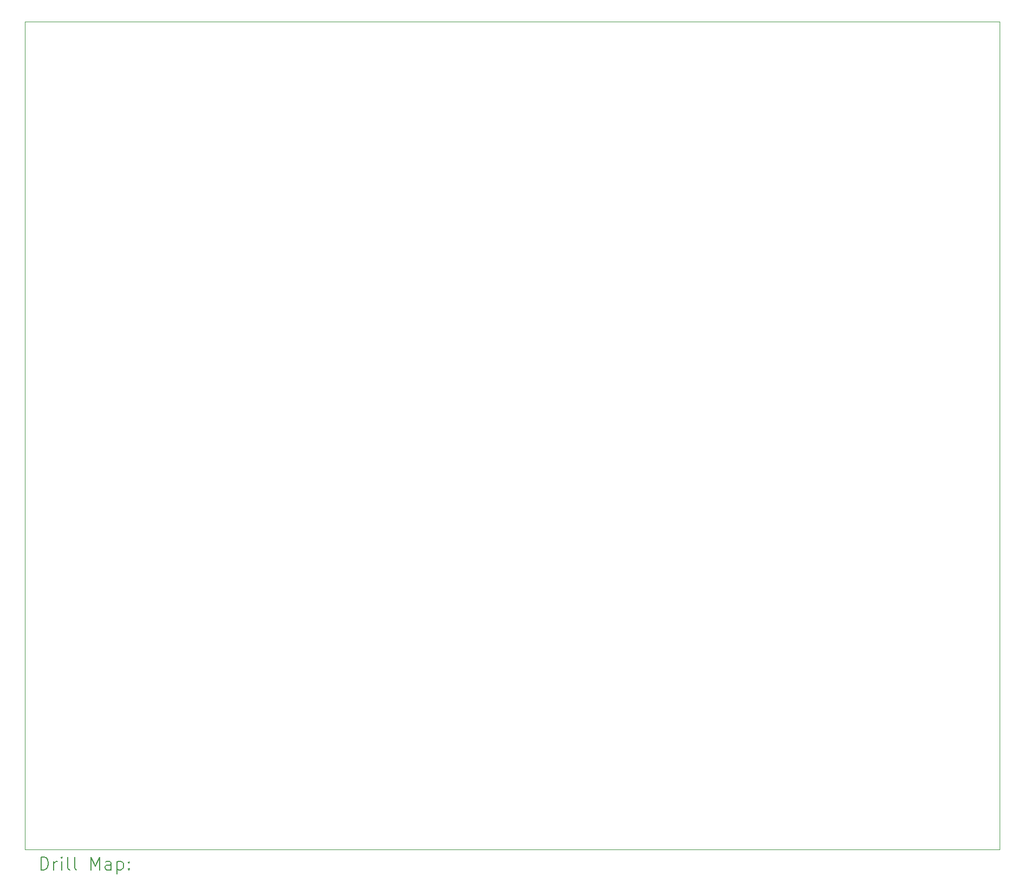
<source format=gbr>
%TF.GenerationSoftware,KiCad,Pcbnew,7.0.8*%
%TF.CreationDate,2023-11-04T10:57:51+00:00*%
%TF.ProjectId,Z80Computer,5a383043-6f6d-4707-9574-65722e6b6963,rev?*%
%TF.SameCoordinates,Original*%
%TF.FileFunction,Drillmap*%
%TF.FilePolarity,Positive*%
%FSLAX45Y45*%
G04 Gerber Fmt 4.5, Leading zero omitted, Abs format (unit mm)*
G04 Created by KiCad (PCBNEW 7.0.8) date 2023-11-04 10:57:51*
%MOMM*%
%LPD*%
G01*
G04 APERTURE LIST*
%ADD10C,0.100000*%
%ADD11C,0.200000*%
G04 APERTURE END LIST*
D10*
X20066000Y-3302000D02*
X4826000Y-3302000D01*
X4826000Y-3302000D02*
X4826000Y-16256000D01*
X20066000Y-16256000D02*
X4826000Y-16256000D01*
X4826000Y-16256000D02*
X5588000Y-16256000D01*
X20066000Y-16256000D02*
X20066000Y-3302000D01*
X5588000Y-16256000D02*
X5842000Y-16256000D01*
D11*
X5081777Y-16572484D02*
X5081777Y-16372484D01*
X5081777Y-16372484D02*
X5129396Y-16372484D01*
X5129396Y-16372484D02*
X5157967Y-16382008D01*
X5157967Y-16382008D02*
X5177015Y-16401055D01*
X5177015Y-16401055D02*
X5186539Y-16420103D01*
X5186539Y-16420103D02*
X5196063Y-16458198D01*
X5196063Y-16458198D02*
X5196063Y-16486769D01*
X5196063Y-16486769D02*
X5186539Y-16524865D01*
X5186539Y-16524865D02*
X5177015Y-16543912D01*
X5177015Y-16543912D02*
X5157967Y-16562960D01*
X5157967Y-16562960D02*
X5129396Y-16572484D01*
X5129396Y-16572484D02*
X5081777Y-16572484D01*
X5281777Y-16572484D02*
X5281777Y-16439150D01*
X5281777Y-16477246D02*
X5291301Y-16458198D01*
X5291301Y-16458198D02*
X5300824Y-16448674D01*
X5300824Y-16448674D02*
X5319872Y-16439150D01*
X5319872Y-16439150D02*
X5338920Y-16439150D01*
X5405586Y-16572484D02*
X5405586Y-16439150D01*
X5405586Y-16372484D02*
X5396063Y-16382008D01*
X5396063Y-16382008D02*
X5405586Y-16391531D01*
X5405586Y-16391531D02*
X5415110Y-16382008D01*
X5415110Y-16382008D02*
X5405586Y-16372484D01*
X5405586Y-16372484D02*
X5405586Y-16391531D01*
X5529396Y-16572484D02*
X5510348Y-16562960D01*
X5510348Y-16562960D02*
X5500824Y-16543912D01*
X5500824Y-16543912D02*
X5500824Y-16372484D01*
X5634158Y-16572484D02*
X5615110Y-16562960D01*
X5615110Y-16562960D02*
X5605586Y-16543912D01*
X5605586Y-16543912D02*
X5605586Y-16372484D01*
X5862729Y-16572484D02*
X5862729Y-16372484D01*
X5862729Y-16372484D02*
X5929396Y-16515341D01*
X5929396Y-16515341D02*
X5996062Y-16372484D01*
X5996062Y-16372484D02*
X5996062Y-16572484D01*
X6177015Y-16572484D02*
X6177015Y-16467722D01*
X6177015Y-16467722D02*
X6167491Y-16448674D01*
X6167491Y-16448674D02*
X6148443Y-16439150D01*
X6148443Y-16439150D02*
X6110348Y-16439150D01*
X6110348Y-16439150D02*
X6091301Y-16448674D01*
X6177015Y-16562960D02*
X6157967Y-16572484D01*
X6157967Y-16572484D02*
X6110348Y-16572484D01*
X6110348Y-16572484D02*
X6091301Y-16562960D01*
X6091301Y-16562960D02*
X6081777Y-16543912D01*
X6081777Y-16543912D02*
X6081777Y-16524865D01*
X6081777Y-16524865D02*
X6091301Y-16505817D01*
X6091301Y-16505817D02*
X6110348Y-16496293D01*
X6110348Y-16496293D02*
X6157967Y-16496293D01*
X6157967Y-16496293D02*
X6177015Y-16486769D01*
X6272253Y-16439150D02*
X6272253Y-16639150D01*
X6272253Y-16448674D02*
X6291301Y-16439150D01*
X6291301Y-16439150D02*
X6329396Y-16439150D01*
X6329396Y-16439150D02*
X6348443Y-16448674D01*
X6348443Y-16448674D02*
X6357967Y-16458198D01*
X6357967Y-16458198D02*
X6367491Y-16477246D01*
X6367491Y-16477246D02*
X6367491Y-16534388D01*
X6367491Y-16534388D02*
X6357967Y-16553436D01*
X6357967Y-16553436D02*
X6348443Y-16562960D01*
X6348443Y-16562960D02*
X6329396Y-16572484D01*
X6329396Y-16572484D02*
X6291301Y-16572484D01*
X6291301Y-16572484D02*
X6272253Y-16562960D01*
X6453205Y-16553436D02*
X6462729Y-16562960D01*
X6462729Y-16562960D02*
X6453205Y-16572484D01*
X6453205Y-16572484D02*
X6443682Y-16562960D01*
X6443682Y-16562960D02*
X6453205Y-16553436D01*
X6453205Y-16553436D02*
X6453205Y-16572484D01*
X6453205Y-16448674D02*
X6462729Y-16458198D01*
X6462729Y-16458198D02*
X6453205Y-16467722D01*
X6453205Y-16467722D02*
X6443682Y-16458198D01*
X6443682Y-16458198D02*
X6453205Y-16448674D01*
X6453205Y-16448674D02*
X6453205Y-16467722D01*
M02*

</source>
